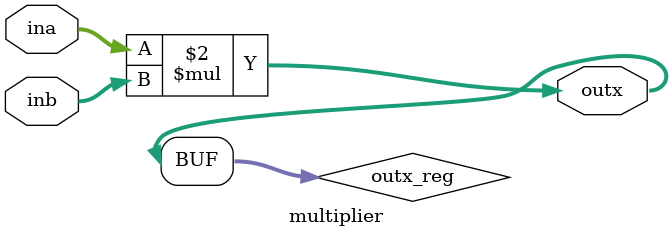
<source format=v>
/*********************************************************************
 * SYNOPSYS CONFIDENTIAL                                             *
 *                                                                   *
 * This is an unpublished, proprietary work of Synopsys, Inc., and   *
 * is fully protected under copyright and trade secret laws. You may *
 * not view, use, disclose, copy, or distribute this file or any     *
 * information contained herein except pursuant to a valid written   *
 * license from Synopsys.                                            *
 *********************************************************************/

module multiplier(ina, inb, outx);
input [31:0] ina;
input [31:0] inb;
output [31:0] outx;

reg [31:0] outx_reg;

always @(ina or inb) begin
  outx_reg <= ina * inb;
end

assign outx = outx_reg;

endmodule

</source>
